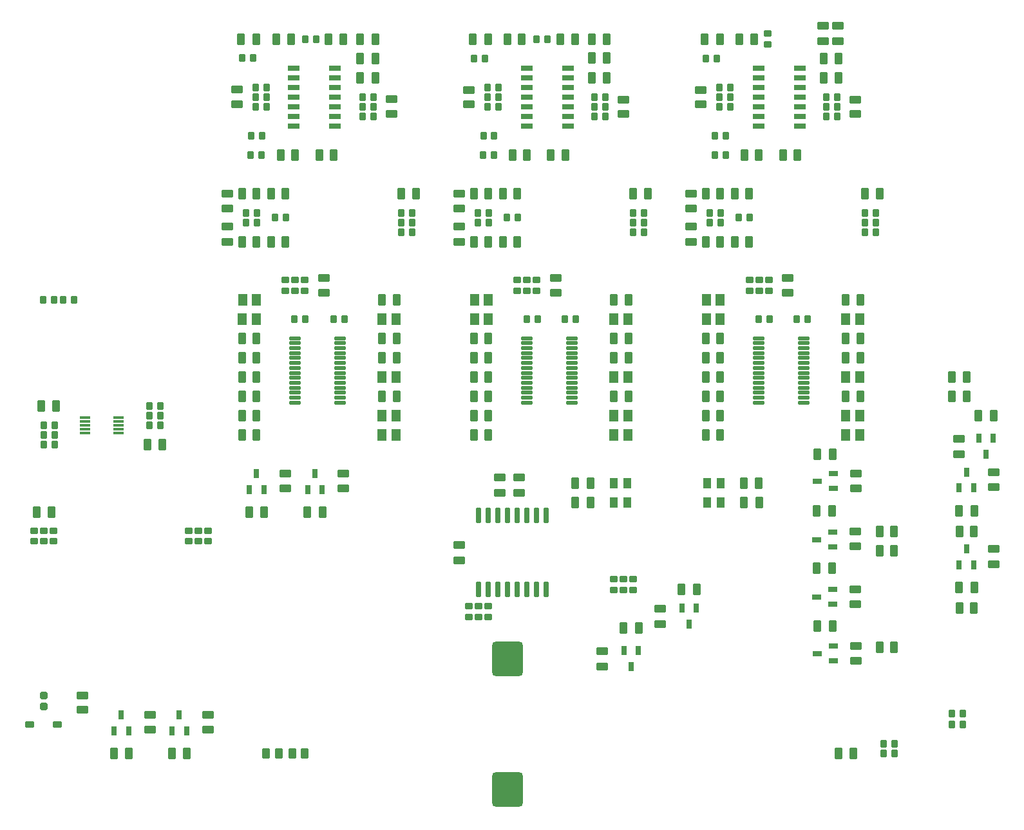
<source format=gtp>
G04*
G04 #@! TF.GenerationSoftware,Altium Limited,Altium Designer,24.0.1 (36)*
G04*
G04 Layer_Color=8421504*
%FSLAX25Y25*%
%MOIN*%
G70*
G04*
G04 #@! TF.SameCoordinates,6CE9B50B-F2D6-4DCE-9069-AC167603FEEC*
G04*
G04*
G04 #@! TF.FilePolarity,Positive*
G04*
G01*
G75*
G04:AMPARAMS|DCode=14|XSize=47.24mil|YSize=25.59mil|CornerRadius=2.56mil|HoleSize=0mil|Usage=FLASHONLY|Rotation=270.000|XOffset=0mil|YOffset=0mil|HoleType=Round|Shape=RoundedRectangle|*
%AMROUNDEDRECTD14*
21,1,0.04724,0.02047,0,0,270.0*
21,1,0.04213,0.02559,0,0,270.0*
1,1,0.00512,-0.01024,-0.02106*
1,1,0.00512,-0.01024,0.02106*
1,1,0.00512,0.01024,0.02106*
1,1,0.00512,0.01024,-0.02106*
%
%ADD14ROUNDEDRECTD14*%
G04:AMPARAMS|DCode=15|XSize=47.24mil|YSize=25.59mil|CornerRadius=2.56mil|HoleSize=0mil|Usage=FLASHONLY|Rotation=180.000|XOffset=0mil|YOffset=0mil|HoleType=Round|Shape=RoundedRectangle|*
%AMROUNDEDRECTD15*
21,1,0.04724,0.02047,0,0,180.0*
21,1,0.04213,0.02559,0,0,180.0*
1,1,0.00512,-0.02106,0.01024*
1,1,0.00512,0.02106,0.01024*
1,1,0.00512,0.02106,-0.01024*
1,1,0.00512,-0.02106,-0.01024*
%
%ADD15ROUNDEDRECTD15*%
G04:AMPARAMS|DCode=16|XSize=60.04mil|YSize=25.59mil|CornerRadius=2.56mil|HoleSize=0mil|Usage=FLASHONLY|Rotation=0.000|XOffset=0mil|YOffset=0mil|HoleType=Round|Shape=RoundedRectangle|*
%AMROUNDEDRECTD16*
21,1,0.06004,0.02047,0,0,0.0*
21,1,0.05492,0.02559,0,0,0.0*
1,1,0.00512,0.02746,-0.01024*
1,1,0.00512,-0.02746,-0.01024*
1,1,0.00512,-0.02746,0.01024*
1,1,0.00512,0.02746,0.01024*
%
%ADD16ROUNDEDRECTD16*%
G04:AMPARAMS|DCode=17|XSize=76.77mil|YSize=25.59mil|CornerRadius=2.56mil|HoleSize=0mil|Usage=FLASHONLY|Rotation=90.000|XOffset=0mil|YOffset=0mil|HoleType=Round|Shape=RoundedRectangle|*
%AMROUNDEDRECTD17*
21,1,0.07677,0.02047,0,0,90.0*
21,1,0.07165,0.02559,0,0,90.0*
1,1,0.00512,0.01024,0.03583*
1,1,0.00512,0.01024,-0.03583*
1,1,0.00512,-0.01024,-0.03583*
1,1,0.00512,-0.01024,0.03583*
%
%ADD17ROUNDEDRECTD17*%
G04:AMPARAMS|DCode=18|XSize=58.07mil|YSize=17.72mil|CornerRadius=1.77mil|HoleSize=0mil|Usage=FLASHONLY|Rotation=0.000|XOffset=0mil|YOffset=0mil|HoleType=Round|Shape=RoundedRectangle|*
%AMROUNDEDRECTD18*
21,1,0.05807,0.01417,0,0,0.0*
21,1,0.05453,0.01772,0,0,0.0*
1,1,0.00354,0.02726,-0.00709*
1,1,0.00354,-0.02726,-0.00709*
1,1,0.00354,-0.02726,0.00709*
1,1,0.00354,0.02726,0.00709*
%
%ADD18ROUNDEDRECTD18*%
G04:AMPARAMS|DCode=19|XSize=55.12mil|YSize=11.81mil|CornerRadius=1.18mil|HoleSize=0mil|Usage=FLASHONLY|Rotation=0.000|XOffset=0mil|YOffset=0mil|HoleType=Round|Shape=RoundedRectangle|*
%AMROUNDEDRECTD19*
21,1,0.05512,0.00945,0,0,0.0*
21,1,0.05276,0.01181,0,0,0.0*
1,1,0.00236,0.02638,-0.00472*
1,1,0.00236,-0.02638,-0.00472*
1,1,0.00236,-0.02638,0.00472*
1,1,0.00236,0.02638,0.00472*
%
%ADD19ROUNDEDRECTD19*%
G04:AMPARAMS|DCode=20|XSize=45.28mil|YSize=31.5mil|CornerRadius=3.15mil|HoleSize=0mil|Usage=FLASHONLY|Rotation=180.000|XOffset=0mil|YOffset=0mil|HoleType=Round|Shape=RoundedRectangle|*
%AMROUNDEDRECTD20*
21,1,0.04528,0.02520,0,0,180.0*
21,1,0.03898,0.03150,0,0,180.0*
1,1,0.00630,-0.01949,0.01260*
1,1,0.00630,0.01949,0.01260*
1,1,0.00630,0.01949,-0.01260*
1,1,0.00630,-0.01949,-0.01260*
%
%ADD20ROUNDEDRECTD20*%
G04:AMPARAMS|DCode=21|XSize=57.09mil|YSize=39.37mil|CornerRadius=3.94mil|HoleSize=0mil|Usage=FLASHONLY|Rotation=90.000|XOffset=0mil|YOffset=0mil|HoleType=Round|Shape=RoundedRectangle|*
%AMROUNDEDRECTD21*
21,1,0.05709,0.03150,0,0,90.0*
21,1,0.04921,0.03937,0,0,90.0*
1,1,0.00787,0.01575,0.02461*
1,1,0.00787,0.01575,-0.02461*
1,1,0.00787,-0.01575,-0.02461*
1,1,0.00787,-0.01575,0.02461*
%
%ADD21ROUNDEDRECTD21*%
G04:AMPARAMS|DCode=22|XSize=57.09mil|YSize=39.37mil|CornerRadius=3.94mil|HoleSize=0mil|Usage=FLASHONLY|Rotation=180.000|XOffset=0mil|YOffset=0mil|HoleType=Round|Shape=RoundedRectangle|*
%AMROUNDEDRECTD22*
21,1,0.05709,0.03150,0,0,180.0*
21,1,0.04921,0.03937,0,0,180.0*
1,1,0.00787,-0.02461,0.01575*
1,1,0.00787,0.02461,0.01575*
1,1,0.00787,0.02461,-0.01575*
1,1,0.00787,-0.02461,-0.01575*
%
%ADD22ROUNDEDRECTD22*%
G04:AMPARAMS|DCode=23|XSize=54.72mil|YSize=37.8mil|CornerRadius=3.78mil|HoleSize=0mil|Usage=FLASHONLY|Rotation=270.000|XOffset=0mil|YOffset=0mil|HoleType=Round|Shape=RoundedRectangle|*
%AMROUNDEDRECTD23*
21,1,0.05472,0.03024,0,0,270.0*
21,1,0.04717,0.03780,0,0,270.0*
1,1,0.00756,-0.01512,-0.02358*
1,1,0.00756,-0.01512,0.02358*
1,1,0.00756,0.01512,0.02358*
1,1,0.00756,0.01512,-0.02358*
%
%ADD23ROUNDEDRECTD23*%
G04:AMPARAMS|DCode=24|XSize=37.01mil|YSize=31.5mil|CornerRadius=3.15mil|HoleSize=0mil|Usage=FLASHONLY|Rotation=0.000|XOffset=0mil|YOffset=0mil|HoleType=Round|Shape=RoundedRectangle|*
%AMROUNDEDRECTD24*
21,1,0.03701,0.02520,0,0,0.0*
21,1,0.03071,0.03150,0,0,0.0*
1,1,0.00630,0.01535,-0.01260*
1,1,0.00630,-0.01535,-0.01260*
1,1,0.00630,-0.01535,0.01260*
1,1,0.00630,0.01535,0.01260*
%
%ADD24ROUNDEDRECTD24*%
G04:AMPARAMS|DCode=25|XSize=37.01mil|YSize=31.5mil|CornerRadius=3.15mil|HoleSize=0mil|Usage=FLASHONLY|Rotation=90.000|XOffset=0mil|YOffset=0mil|HoleType=Round|Shape=RoundedRectangle|*
%AMROUNDEDRECTD25*
21,1,0.03701,0.02520,0,0,90.0*
21,1,0.03071,0.03150,0,0,90.0*
1,1,0.00630,0.01260,0.01535*
1,1,0.00630,0.01260,-0.01535*
1,1,0.00630,-0.01260,-0.01535*
1,1,0.00630,-0.01260,0.01535*
%
%ADD25ROUNDEDRECTD25*%
G04:AMPARAMS|DCode=26|XSize=177.17mil|YSize=157.48mil|CornerRadius=15.75mil|HoleSize=0mil|Usage=FLASHONLY|Rotation=90.000|XOffset=0mil|YOffset=0mil|HoleType=Round|Shape=RoundedRectangle|*
%AMROUNDEDRECTD26*
21,1,0.17717,0.12598,0,0,90.0*
21,1,0.14567,0.15748,0,0,90.0*
1,1,0.03150,0.06299,0.07284*
1,1,0.03150,0.06299,-0.07284*
1,1,0.03150,-0.06299,-0.07284*
1,1,0.03150,-0.06299,0.07284*
%
%ADD26ROUNDEDRECTD26*%
%ADD27R,0.05118X0.05906*%
G04:AMPARAMS|DCode=28|XSize=37.4mil|YSize=37.4mil|CornerRadius=4.68mil|HoleSize=0mil|Usage=FLASHONLY|Rotation=270.000|XOffset=0mil|YOffset=0mil|HoleType=Round|Shape=RoundedRectangle|*
%AMROUNDEDRECTD28*
21,1,0.03740,0.02805,0,0,270.0*
21,1,0.02805,0.03740,0,0,270.0*
1,1,0.00935,-0.01403,-0.01403*
1,1,0.00935,-0.01403,0.01403*
1,1,0.00935,0.01403,0.01403*
1,1,0.00935,0.01403,-0.01403*
%
%ADD28ROUNDEDRECTD28*%
G04:AMPARAMS|DCode=29|XSize=43.31mil|YSize=55.12mil|CornerRadius=5.41mil|HoleSize=0mil|Usage=FLASHONLY|Rotation=180.000|XOffset=0mil|YOffset=0mil|HoleType=Round|Shape=RoundedRectangle|*
%AMROUNDEDRECTD29*
21,1,0.04331,0.04429,0,0,180.0*
21,1,0.03248,0.05512,0,0,180.0*
1,1,0.01083,-0.01624,0.02215*
1,1,0.01083,0.01624,0.02215*
1,1,0.01083,0.01624,-0.02215*
1,1,0.01083,-0.01624,-0.02215*
%
%ADD29ROUNDEDRECTD29*%
D14*
X353937Y96988D02*
D03*
X350157Y105256D02*
D03*
X357716D02*
D03*
X327716Y83268D02*
D03*
X320157D02*
D03*
X323937Y75000D02*
D03*
X493701Y127602D02*
D03*
X501260D02*
D03*
X497480Y135870D02*
D03*
X56221Y41732D02*
D03*
X63779D02*
D03*
X60000Y50000D02*
D03*
X160197Y175000D02*
D03*
X163976Y166732D02*
D03*
X156417D02*
D03*
X511299Y193268D02*
D03*
X503740D02*
D03*
X507520Y185000D02*
D03*
X493701Y167441D02*
D03*
X501260D02*
D03*
X497480Y175709D02*
D03*
X130000Y175000D02*
D03*
X133780Y166732D02*
D03*
X126221D02*
D03*
X86221Y41732D02*
D03*
X93779D02*
D03*
X90000Y50000D02*
D03*
D15*
X420354Y171063D02*
D03*
X428622Y174843D02*
D03*
Y167283D02*
D03*
X420000Y111063D02*
D03*
X428268Y114842D02*
D03*
Y107283D02*
D03*
X420000Y140709D02*
D03*
X428268Y144488D02*
D03*
Y136929D02*
D03*
X420354Y81732D02*
D03*
X428622Y85512D02*
D03*
Y77953D02*
D03*
D16*
X170677Y385000D02*
D03*
Y380000D02*
D03*
Y375000D02*
D03*
Y370000D02*
D03*
Y365000D02*
D03*
Y360000D02*
D03*
Y355000D02*
D03*
X149323D02*
D03*
Y360000D02*
D03*
Y365000D02*
D03*
Y370000D02*
D03*
Y375000D02*
D03*
Y380000D02*
D03*
Y385000D02*
D03*
X270000D02*
D03*
Y380000D02*
D03*
Y375000D02*
D03*
Y370000D02*
D03*
Y365000D02*
D03*
Y360000D02*
D03*
Y355000D02*
D03*
X291354D02*
D03*
Y360000D02*
D03*
Y365000D02*
D03*
Y370000D02*
D03*
Y375000D02*
D03*
Y380000D02*
D03*
Y385000D02*
D03*
X411354D02*
D03*
Y380000D02*
D03*
Y375000D02*
D03*
Y370000D02*
D03*
Y365000D02*
D03*
Y360000D02*
D03*
Y355000D02*
D03*
X390000D02*
D03*
Y360000D02*
D03*
Y365000D02*
D03*
Y370000D02*
D03*
Y375000D02*
D03*
Y380000D02*
D03*
Y385000D02*
D03*
D17*
X245000Y115000D02*
D03*
X250000D02*
D03*
X255000D02*
D03*
X260000D02*
D03*
X265000D02*
D03*
X270000D02*
D03*
X275000D02*
D03*
X280000D02*
D03*
Y153189D02*
D03*
X275000D02*
D03*
X270000D02*
D03*
X265000D02*
D03*
X260000D02*
D03*
X255000D02*
D03*
X250000D02*
D03*
X245000D02*
D03*
D18*
X150000Y245000D02*
D03*
Y242441D02*
D03*
Y239882D02*
D03*
Y237323D02*
D03*
Y234764D02*
D03*
Y232205D02*
D03*
Y229646D02*
D03*
Y227087D02*
D03*
Y224528D02*
D03*
Y221969D02*
D03*
Y219409D02*
D03*
Y216850D02*
D03*
Y214291D02*
D03*
Y211732D02*
D03*
X173134D02*
D03*
Y214291D02*
D03*
Y216850D02*
D03*
Y219409D02*
D03*
Y221969D02*
D03*
Y224528D02*
D03*
Y227087D02*
D03*
Y229646D02*
D03*
Y232205D02*
D03*
Y234764D02*
D03*
Y237323D02*
D03*
Y239882D02*
D03*
Y242441D02*
D03*
Y245000D02*
D03*
X270000D02*
D03*
Y242441D02*
D03*
Y239882D02*
D03*
Y237323D02*
D03*
Y234764D02*
D03*
Y232205D02*
D03*
Y229646D02*
D03*
Y227087D02*
D03*
Y224528D02*
D03*
Y221969D02*
D03*
Y219409D02*
D03*
Y216850D02*
D03*
Y214291D02*
D03*
Y211732D02*
D03*
X293134D02*
D03*
Y214291D02*
D03*
Y216850D02*
D03*
Y219409D02*
D03*
Y221969D02*
D03*
Y224528D02*
D03*
Y227087D02*
D03*
Y229646D02*
D03*
Y232205D02*
D03*
Y234764D02*
D03*
Y237323D02*
D03*
Y239882D02*
D03*
Y242441D02*
D03*
Y245000D02*
D03*
X390000D02*
D03*
Y242441D02*
D03*
Y239882D02*
D03*
Y237323D02*
D03*
Y234764D02*
D03*
Y232205D02*
D03*
Y229646D02*
D03*
Y227087D02*
D03*
Y224528D02*
D03*
Y221969D02*
D03*
Y219409D02*
D03*
Y216850D02*
D03*
Y214291D02*
D03*
Y211732D02*
D03*
X413134D02*
D03*
Y214291D02*
D03*
Y216850D02*
D03*
Y219409D02*
D03*
Y221969D02*
D03*
Y224528D02*
D03*
Y227087D02*
D03*
Y229646D02*
D03*
Y232205D02*
D03*
Y234764D02*
D03*
Y237323D02*
D03*
Y239882D02*
D03*
Y242441D02*
D03*
Y245000D02*
D03*
D19*
X41339Y203937D02*
D03*
Y201969D02*
D03*
Y200000D02*
D03*
Y198031D02*
D03*
Y196063D02*
D03*
X58661D02*
D03*
Y198031D02*
D03*
Y200000D02*
D03*
Y201969D02*
D03*
Y203937D02*
D03*
D20*
X12433Y45000D02*
D03*
X27000D02*
D03*
D21*
X26142Y210000D02*
D03*
X18661D02*
D03*
X81142Y190000D02*
D03*
X73661D02*
D03*
X23740Y155000D02*
D03*
X16260D02*
D03*
X460000Y85000D02*
D03*
X452520D02*
D03*
X493740Y105256D02*
D03*
X501220D02*
D03*
X460000Y135000D02*
D03*
X452520D02*
D03*
X460000Y145000D02*
D03*
X452520D02*
D03*
X501221Y144961D02*
D03*
X493740D02*
D03*
X497480Y215000D02*
D03*
X490000D02*
D03*
X497480Y225000D02*
D03*
X490000D02*
D03*
X130000Y295000D02*
D03*
X122520D02*
D03*
X145000D02*
D03*
X137520D02*
D03*
X202480Y265000D02*
D03*
X195000D02*
D03*
X202480Y245000D02*
D03*
X195000D02*
D03*
X130000D02*
D03*
X122520D02*
D03*
X202480Y235000D02*
D03*
X195000D02*
D03*
X130000D02*
D03*
X122520D02*
D03*
X162520Y340000D02*
D03*
X170000D02*
D03*
X142520D02*
D03*
X150000D02*
D03*
X130000Y225000D02*
D03*
X122520D02*
D03*
X202480Y215000D02*
D03*
X195000D02*
D03*
X147770Y400000D02*
D03*
X140290D02*
D03*
X130000Y215000D02*
D03*
X122520D02*
D03*
X130000Y205000D02*
D03*
X122520D02*
D03*
X130000Y195000D02*
D03*
X122520D02*
D03*
X130000Y320000D02*
D03*
X122520D02*
D03*
X145000D02*
D03*
X137520D02*
D03*
X205000D02*
D03*
X212480D02*
D03*
X250000Y295000D02*
D03*
X242520D02*
D03*
X265000D02*
D03*
X257520D02*
D03*
X322480Y265000D02*
D03*
X315000D02*
D03*
X322480Y245000D02*
D03*
X315000D02*
D03*
X250000D02*
D03*
X242520D02*
D03*
X322480Y235000D02*
D03*
X315000D02*
D03*
X250000Y234764D02*
D03*
X242520D02*
D03*
X282323Y340000D02*
D03*
X289803D02*
D03*
X262520D02*
D03*
X270000D02*
D03*
X250000Y225000D02*
D03*
X242520D02*
D03*
X322480Y215000D02*
D03*
X315000D02*
D03*
X267284Y400000D02*
D03*
X259803D02*
D03*
X250000Y215000D02*
D03*
X242520D02*
D03*
X250000Y205000D02*
D03*
X242520D02*
D03*
X250000Y195000D02*
D03*
X242520D02*
D03*
X250000Y320000D02*
D03*
X242520D02*
D03*
X265000D02*
D03*
X257520D02*
D03*
X325000D02*
D03*
X332480D02*
D03*
X370000Y295000D02*
D03*
X362520D02*
D03*
X385000D02*
D03*
X377520D02*
D03*
X442480Y265000D02*
D03*
X435000D02*
D03*
X442480Y245000D02*
D03*
X435000D02*
D03*
X370000D02*
D03*
X362520D02*
D03*
X442480Y235059D02*
D03*
X435000D02*
D03*
X370000D02*
D03*
X362520D02*
D03*
X402520Y340000D02*
D03*
X410000D02*
D03*
X382520D02*
D03*
X390000D02*
D03*
X370000Y225000D02*
D03*
X362520D02*
D03*
X442480Y215000D02*
D03*
X435000D02*
D03*
X387480Y400000D02*
D03*
X380000D02*
D03*
X370000Y215000D02*
D03*
X362520D02*
D03*
X370000Y205000D02*
D03*
X362520D02*
D03*
X370000Y195000D02*
D03*
X362520D02*
D03*
X370000Y320000D02*
D03*
X362520D02*
D03*
X385000D02*
D03*
X377520D02*
D03*
X445000D02*
D03*
X452480D02*
D03*
X350000Y114803D02*
D03*
X357874D02*
D03*
X320000Y95000D02*
D03*
X327874D02*
D03*
X420354Y185000D02*
D03*
X428228D02*
D03*
X501417Y115870D02*
D03*
X493543D02*
D03*
X420000Y126063D02*
D03*
X427874D02*
D03*
X302874Y160000D02*
D03*
X295000D02*
D03*
X63937Y30000D02*
D03*
X56063D02*
D03*
X164134Y155000D02*
D03*
X156260D02*
D03*
X438937Y30000D02*
D03*
X431063D02*
D03*
X503583Y205000D02*
D03*
X511457D02*
D03*
X302874Y170000D02*
D03*
X295000D02*
D03*
X382323Y160000D02*
D03*
X390197D02*
D03*
X420000Y155709D02*
D03*
X427874D02*
D03*
X501417Y155709D02*
D03*
X493543D02*
D03*
X133937Y155000D02*
D03*
X126063D02*
D03*
X93937Y30000D02*
D03*
X86063D02*
D03*
X382126Y170000D02*
D03*
X390000D02*
D03*
X420354Y96024D02*
D03*
X428228D02*
D03*
X129803Y400000D02*
D03*
X121929D02*
D03*
X175000D02*
D03*
X167126D02*
D03*
X183661D02*
D03*
X191535D02*
D03*
X183661Y380000D02*
D03*
X191535D02*
D03*
X183661Y390000D02*
D03*
X191535D02*
D03*
X249803Y400000D02*
D03*
X241929D02*
D03*
X295000D02*
D03*
X287126D02*
D03*
X303386D02*
D03*
X311260D02*
D03*
X303386Y380000D02*
D03*
X311260D02*
D03*
X303386Y390400D02*
D03*
X311260D02*
D03*
X369803Y400000D02*
D03*
X361929D02*
D03*
X423386Y380000D02*
D03*
X431260D02*
D03*
X423386Y390000D02*
D03*
X431260D02*
D03*
D22*
X40000Y60000D02*
D03*
Y52520D02*
D03*
X120000Y373819D02*
D03*
Y366339D02*
D03*
X200000Y368819D02*
D03*
Y361339D02*
D03*
X165000Y276142D02*
D03*
Y268661D02*
D03*
X240000Y373740D02*
D03*
Y366260D02*
D03*
X320000Y368740D02*
D03*
Y361260D02*
D03*
X285000Y276142D02*
D03*
Y268661D02*
D03*
X360000Y373740D02*
D03*
Y366260D02*
D03*
X440000Y368740D02*
D03*
Y361260D02*
D03*
X405000Y276142D02*
D03*
Y268661D02*
D03*
X256000Y172874D02*
D03*
Y165000D02*
D03*
X265803Y172874D02*
D03*
Y165000D02*
D03*
X338937Y96988D02*
D03*
Y104862D02*
D03*
X235000Y137874D02*
D03*
Y130000D02*
D03*
X308937Y75000D02*
D03*
Y82874D02*
D03*
X440354Y175000D02*
D03*
Y167126D02*
D03*
X511457Y135909D02*
D03*
Y128035D02*
D03*
X440000Y115000D02*
D03*
Y107126D02*
D03*
X75000Y50000D02*
D03*
Y42126D02*
D03*
X175000Y175000D02*
D03*
Y167126D02*
D03*
X493583Y185000D02*
D03*
Y192874D02*
D03*
X440000Y145000D02*
D03*
Y137126D02*
D03*
X511417Y175748D02*
D03*
Y167874D02*
D03*
X145000Y175000D02*
D03*
Y167126D02*
D03*
X105000Y50000D02*
D03*
Y42126D02*
D03*
X440354Y85669D02*
D03*
Y77795D02*
D03*
X115000Y295000D02*
D03*
Y302874D02*
D03*
Y312126D02*
D03*
Y320000D02*
D03*
X235000Y295000D02*
D03*
Y302874D02*
D03*
Y312126D02*
D03*
Y320000D02*
D03*
X355000Y295000D02*
D03*
Y302874D02*
D03*
X423063Y399063D02*
D03*
Y406937D02*
D03*
X355000Y312126D02*
D03*
Y320000D02*
D03*
X431000Y399063D02*
D03*
Y406937D02*
D03*
D23*
X141457Y30000D02*
D03*
X135000D02*
D03*
X148543D02*
D03*
X155000D02*
D03*
D24*
X325000Y120197D02*
D03*
Y114606D02*
D03*
X320000Y120197D02*
D03*
Y114606D02*
D03*
X314803Y120197D02*
D03*
Y114606D02*
D03*
X250000Y106106D02*
D03*
Y100516D02*
D03*
X245000Y106106D02*
D03*
Y100516D02*
D03*
X239803Y106106D02*
D03*
Y100516D02*
D03*
X95000Y139803D02*
D03*
Y145394D02*
D03*
X100000Y139803D02*
D03*
Y145394D02*
D03*
X105000Y139803D02*
D03*
Y145394D02*
D03*
X15000Y139803D02*
D03*
Y145394D02*
D03*
X20000Y139803D02*
D03*
Y145394D02*
D03*
X25000Y139803D02*
D03*
Y145394D02*
D03*
X145000Y275197D02*
D03*
Y269606D02*
D03*
X150000Y275197D02*
D03*
Y269606D02*
D03*
X155000Y275197D02*
D03*
Y269606D02*
D03*
X265000Y275197D02*
D03*
Y269606D02*
D03*
X270000Y275197D02*
D03*
Y269606D02*
D03*
X275000Y275197D02*
D03*
Y269606D02*
D03*
X394402Y397205D02*
D03*
Y402795D02*
D03*
X385197Y275197D02*
D03*
Y269606D02*
D03*
X390197Y275197D02*
D03*
Y269606D02*
D03*
X395197Y275197D02*
D03*
Y269606D02*
D03*
D25*
X19803Y200000D02*
D03*
X25394D02*
D03*
X19803Y195000D02*
D03*
X25394D02*
D03*
X19803Y190000D02*
D03*
X25394D02*
D03*
X19606Y265000D02*
D03*
X25197D02*
D03*
X35394D02*
D03*
X29803D02*
D03*
X80197Y200000D02*
D03*
X74606D02*
D03*
X80197Y205000D02*
D03*
X74606D02*
D03*
X80197Y210000D02*
D03*
X74606D02*
D03*
X460197Y35000D02*
D03*
X454606D02*
D03*
X460197Y30000D02*
D03*
X454606D02*
D03*
X489803Y45000D02*
D03*
X495394D02*
D03*
X489803Y50472D02*
D03*
X495394D02*
D03*
X127205Y350000D02*
D03*
X132795D02*
D03*
X135197Y375000D02*
D03*
X129606D02*
D03*
X135197Y370000D02*
D03*
X129606D02*
D03*
X135197Y365000D02*
D03*
X129606D02*
D03*
X184803Y370000D02*
D03*
X190394D02*
D03*
X184803Y365000D02*
D03*
X190394D02*
D03*
X184803Y360000D02*
D03*
X190394D02*
D03*
X122716Y390400D02*
D03*
X128307D02*
D03*
X124606Y305000D02*
D03*
X130197D02*
D03*
X149606Y255000D02*
D03*
X155197D02*
D03*
X175394D02*
D03*
X169803D02*
D03*
X145197Y307437D02*
D03*
X139606D02*
D03*
X130197Y310000D02*
D03*
X124606D02*
D03*
X132598Y340000D02*
D03*
X127008D02*
D03*
X155229Y400000D02*
D03*
X160820D02*
D03*
X204803Y300000D02*
D03*
X210394D02*
D03*
X204803Y305000D02*
D03*
X210394D02*
D03*
X204803Y310000D02*
D03*
X210394D02*
D03*
X247402Y350000D02*
D03*
X252992D02*
D03*
X255197Y375000D02*
D03*
X249606D02*
D03*
X255197Y370000D02*
D03*
X249606D02*
D03*
X255197Y365000D02*
D03*
X249606D02*
D03*
X304803Y370000D02*
D03*
X310394D02*
D03*
X304803Y365000D02*
D03*
X310394D02*
D03*
X304803Y360000D02*
D03*
X310394D02*
D03*
X242717Y390000D02*
D03*
X248307D02*
D03*
X244606Y305000D02*
D03*
X250197D02*
D03*
X269803Y255000D02*
D03*
X275394D02*
D03*
X295197D02*
D03*
X289606D02*
D03*
X265197Y307437D02*
D03*
X259606D02*
D03*
X250197Y310000D02*
D03*
X244606D02*
D03*
X252795Y340000D02*
D03*
X247205D02*
D03*
X274803Y400000D02*
D03*
X280394D02*
D03*
X324803Y310000D02*
D03*
X330394D02*
D03*
X324803Y305000D02*
D03*
X330394D02*
D03*
X324803Y300000D02*
D03*
X330394D02*
D03*
X367205Y350000D02*
D03*
X372795D02*
D03*
X375197Y375000D02*
D03*
X369606D02*
D03*
X375197Y370000D02*
D03*
X369606D02*
D03*
X375197Y365000D02*
D03*
X369606D02*
D03*
X424803Y370000D02*
D03*
X430394D02*
D03*
X424803Y365000D02*
D03*
X430394D02*
D03*
X424803Y360000D02*
D03*
X430394D02*
D03*
X362717Y390000D02*
D03*
X368307D02*
D03*
X364606Y305000D02*
D03*
X370197D02*
D03*
X389803Y255000D02*
D03*
X395394D02*
D03*
X415197D02*
D03*
X409606D02*
D03*
X385197Y307437D02*
D03*
X379606D02*
D03*
X370197Y310000D02*
D03*
X364606D02*
D03*
X372795Y340000D02*
D03*
X367205D02*
D03*
X444803Y310000D02*
D03*
X450394D02*
D03*
X444803Y305000D02*
D03*
X450394D02*
D03*
X444803Y300000D02*
D03*
X450394D02*
D03*
D26*
X260000Y11378D02*
D03*
Y79094D02*
D03*
D27*
X442087Y195000D02*
D03*
X435000D02*
D03*
X442087Y205000D02*
D03*
X435000D02*
D03*
X442087Y225000D02*
D03*
X435000D02*
D03*
X442087Y255000D02*
D03*
X435000D02*
D03*
X370000D02*
D03*
X362913D02*
D03*
X370000Y265000D02*
D03*
X362913D02*
D03*
X322087Y255000D02*
D03*
X315000D02*
D03*
X322087Y225000D02*
D03*
X315000D02*
D03*
X322087Y205000D02*
D03*
X315000D02*
D03*
X322087Y195000D02*
D03*
X315000D02*
D03*
X250000Y265000D02*
D03*
X242913D02*
D03*
X250000Y255000D02*
D03*
X242913D02*
D03*
X202087Y195000D02*
D03*
X195000D02*
D03*
X202087Y205000D02*
D03*
X195000D02*
D03*
X202087Y225000D02*
D03*
X195000D02*
D03*
X202087Y255000D02*
D03*
X195000D02*
D03*
X130000Y265000D02*
D03*
X122913D02*
D03*
X129803Y255000D02*
D03*
X122717D02*
D03*
D28*
X20000Y60000D02*
D03*
Y54291D02*
D03*
D29*
X321890Y160000D02*
D03*
X315000D02*
D03*
Y170000D02*
D03*
X321890D02*
D03*
X363307Y160000D02*
D03*
X370197D02*
D03*
Y170000D02*
D03*
X363307D02*
D03*
M02*

</source>
